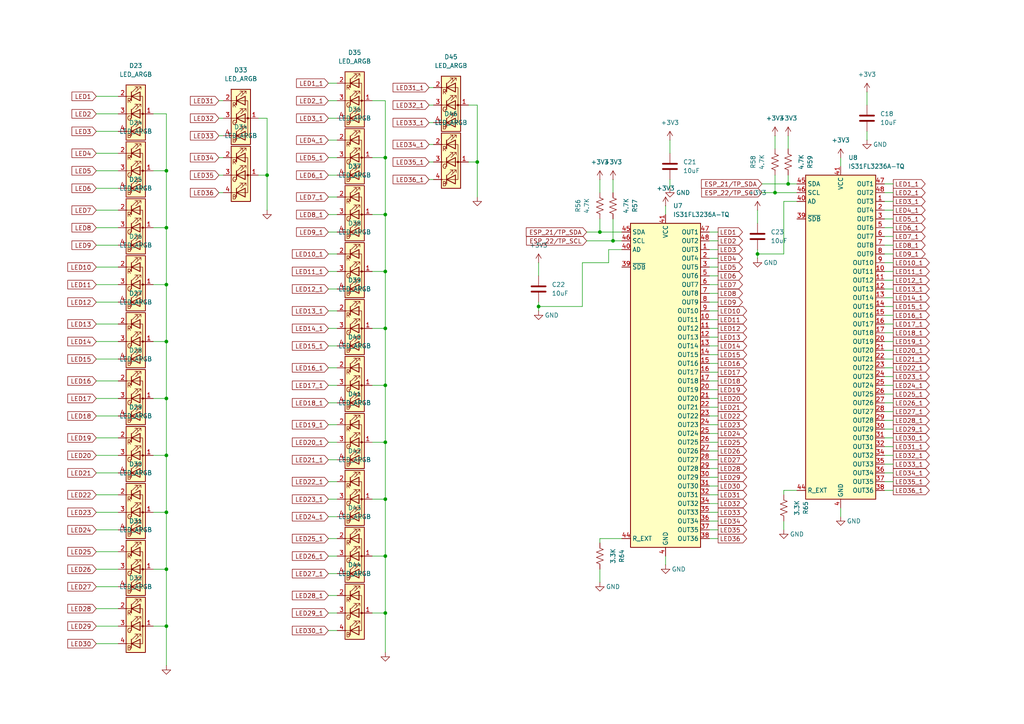
<source format=kicad_sch>
(kicad_sch (version 20231120) (generator "eeschema") (generator_version "8.0")
  (paper "A4")
  (lib_symbols
    (symbol "Device:C" (pin_numbers hide) (pin_names (offset 0.254))
      (property "Reference" "C" (at 0.635 2.54 0))
      (property "Value" "C" (at 0.635 -2.54 0))
      (symbol "C_1_1"
        (pin passive line (at 0 3.81 270) (length 2.794) (name "~") (number "1"))
        (pin passive line (at 0 -3.81 90) (length 2.794) (name "~") (number "2"))
      )
    )
    (symbol "Device:LED_ARGB" (pin_names (offset 0) hide)
      (property "Reference" "D" (at 0 9.398 0))
      (property "Value" "LED_ARGB" (at 0 -8.89 0))
      (symbol "LED_ARGB_0_0"
        (text "B" (at -1.905 -6.35 0) (effects (font (size 1.27 1.27))))
        (text "G" (at -1.905 -1.27 0) (effects (font (size 1.27 1.27))))
        (text "R" (at -1.905 3.81 0) (effects (font (size 1.27 1.27))))
      )
      (symbol "LED_ARGB_1_1"
        (pin passive line (at 5.08 0 180) (length 2.54) (name "A") (number "1"))
        (pin passive line (at -5.08 5.08 0) (length 2.54) (name "RK") (number "2"))
        (pin passive line (at -5.08 0 0) (length 2.54) (name "GK") (number "3"))
        (pin passive line (at -5.08 -5.08 0) (length 2.54) (name "BK") (number "4"))
      )
    )
    (symbol "Device:R_US" (pin_numbers hide) (pin_names (offset 0))
      (property "Reference" "R" (at 2.54 0 90))
      (property "Value" "R_US" (at -2.54 0 90))
      (symbol "R_US_1_1"
        (pin passive line (at 0 3.81 270) (length 1.27) (name "~") (number "1"))
        (pin passive line (at 0 -3.81 90) (length 1.27) (name "~") (number "2"))
      )
    )
    (symbol "Driver_LED:IS31FL3236A-TQ"
      (property "Reference" "U" (at -8.89 46.99 0))
      (property "Value" "IS31FL3236A-TQ" (at 10.16 46.99 0))
      (symbol "IS31FL3236A-TQ_1_1"
        (pin output line (at 12.7 38.1 180) (length 2.54) (name "OUT3") (number "1"))
        (pin output line (at 12.7 17.78 180) (length 2.54) (name "OUT11") (number "10"))
        (pin output line (at 12.7 15.24 180) (length 2.54) (name "OUT12") (number "11"))
        (pin output line (at 12.7 12.7 180) (length 2.54) (name "OUT13") (number "12"))
        (pin output line (at 12.7 10.16 180) (length 2.54) (name "OUT14") (number "13"))
        (pin output line (at 12.7 7.62 180) (length 2.54) (name "OUT15") (number "14"))
        (pin output line (at 12.7 5.08 180) (length 2.54) (name "OUT16") (number "15"))
        (pin output line (at 12.7 2.54 180) (length 2.54) (name "OUT17") (number "16"))
        (pin output line (at 12.7 0 180) (length 2.54) (name "OUT18") (number "17"))
        (pin passive line (at 0 -50.8 90) (length 2.54) hide (name "GND") (number "18"))
        (pin passive line (at 0 -50.8 90) (length 2.54) hide (name "GND") (number "19"))
        (pin output line (at 12.7 35.56 180) (length 2.54) (name "OUT4") (number "2"))
        (pin output line (at 12.7 -2.54 180) (length 2.54) (name "OUT19") (number "20"))
        (pin output line (at 12.7 -5.08 180) (length 2.54) (name "OUT20") (number "21"))
        (pin output line (at 12.7 -7.62 180) (length 2.54) (name "OUT21") (number "22"))
        (pin output line (at 12.7 -10.16 180) (length 2.54) (name "OUT22") (number "23"))
        (pin output line (at 12.7 -12.7 180) (length 2.54) (name "OUT23") (number "24"))
        (pin output line (at 12.7 -15.24 180) (length 2.54) (name "OUT24") (number "25"))
        (pin output line (at 12.7 -17.78 180) (length 2.54) (name "OUT25") (number "26"))
        (pin output line (at 12.7 -20.32 180) (length 2.54) (name "OUT26") (number "27"))
        (pin output line (at 12.7 -22.86 180) (length 2.54) (name "OUT27") (number "28"))
        (pin output line (at 12.7 -25.4 180) (length 2.54) (name "OUT28") (number "29"))
        (pin output line (at 12.7 33.02 180) (length 2.54) (name "OUT5") (number "3"))
        (pin output line (at 12.7 -27.94 180) (length 2.54) (name "OUT29") (number "30"))
        (pin output line (at 12.7 -30.48 180) (length 2.54) (name "OUT30") (number "31"))
        (pin output line (at 12.7 -33.02 180) (length 2.54) (name "OUT31") (number "32"))
        (pin passive line (at 0 -50.8 90) (length 2.54) hide (name "GND") (number "33"))
        (pin output line (at 12.7 -35.56 180) (length 2.54) (name "OUT32") (number "34"))
        (pin output line (at 12.7 -38.1 180) (length 2.54) (name "OUT33") (number "35"))
        (pin output line (at 12.7 -40.64 180) (length 2.54) (name "OUT34") (number "36"))
        (pin output line (at 12.7 -43.18 180) (length 2.54) (name "OUT35") (number "37"))
        (pin output line (at 12.7 -45.72 180) (length 2.54) (name "OUT36") (number "38"))
        (pin input line (at -12.7 33.02 0) (length 2.54) (name "~{SDB}") (number "39"))
        (pin power_in line (at 0 -50.8 90) (length 2.54) (name "GND") (number "4"))
        (pin input line (at -12.7 38.1 0) (length 2.54) (name "AD") (number "40"))
        (pin power_in line (at 0 48.26 270) (length 2.54) (name "VCC") (number "41"))
        (pin passive line (at 0 -50.8 90) (length 2.54) hide (name "GND") (number "42"))
        (pin passive line (at 0 -50.8 90) (length 2.54) hide (name "GND") (number "43"))
        (pin passive line (at -12.7 -45.72 0) (length 2.54) (name "R_EXT") (number "44"))
        (pin open_collector line (at -12.7 43.18 0) (length 2.54) (name "SDA") (number "45"))
        (pin input line (at -12.7 40.64 0) (length 2.54) (name "SCL") (number "46"))
        (pin output line (at 12.7 43.18 180) (length 2.54) (name "OUT1") (number "47"))
        (pin output line (at 12.7 40.64 180) (length 2.54) (name "OUT2") (number "48"))
        (pin passive line (at 0 -50.8 90) (length 2.54) hide (name "GND") (number "49"))
        (pin output line (at 12.7 30.48 180) (length 2.54) (name "OUT6") (number "5"))
        (pin output line (at 12.7 27.94 180) (length 2.54) (name "OUT7") (number "6"))
        (pin output line (at 12.7 25.4 180) (length 2.54) (name "OUT8") (number "7"))
        (pin output line (at 12.7 22.86 180) (length 2.54) (name "OUT9") (number "8"))
        (pin output line (at 12.7 20.32 180) (length 2.54) (name "OUT10") (number "9"))
      )
    )
    (symbol "power:+3V3" (power) (pin_numbers hide) (pin_names (offset 0) hide)
      (property "Value" "+3V3" (at 0 3.556 0))
      (symbol "+3V3_1_1"
        (pin power_in line (at 0 0 90) (length 0) (name "~") (number "1"))
      )
    )
    (symbol "power:GND" (power) (pin_numbers hide) (pin_names (offset 0) hide)
      (property "Value" "GND" (at 0 -3.81 0))
      (symbol "GND_1_1"
        (pin power_in line (at 0 0 270) (length 0) (name "~") (number "1"))
      )
    )
  )
  (junction (at 48.26 66.04))
  (junction (at 48.26 165.1))
  (junction (at 177.8 69.85))
  (junction (at 224.79 55.88))
  (junction (at 111.76 161.29))
  (junction (at 219.71 73.66))
  (junction (at 111.76 128.27))
  (junction (at 111.76 144.78))
  (junction (at 228.6 53.34))
  (junction (at 111.76 111.76))
  (junction (at 48.26 99.06))
  (junction (at 111.76 177.8))
  (junction (at 48.26 49.53))
  (junction (at 48.26 82.55))
  (junction (at 48.26 148.59))
  (junction (at 48.26 181.61))
  (junction (at 138.43 46.99))
  (junction (at 77.47 50.8))
  (junction (at 111.76 62.23))
  (junction (at 111.76 78.74))
  (junction (at 48.26 132.08))
  (junction (at 48.26 115.57))
  (junction (at 156.21 88.9))
  (junction (at 173.99 67.31))
  (junction (at 111.76 45.72))
  (junction (at 111.76 95.25))
  (wire (pts (xy 95.25 57.15) (xy 97.79 57.15)))
  (wire (pts (xy 138.43 46.99) (xy 138.43 57.15)))
  (wire (pts (xy 256.54 104.14) (xy 259.08 104.14)))
  (wire (pts (xy 44.45 66.04) (xy 48.26 66.04)))
  (wire (pts (xy 95.25 40.64) (xy 97.79 40.64)))
  (wire (pts (xy 256.54 124.46) (xy 259.08 124.46)))
  (wire (pts (xy 168.91 88.9) (xy 156.21 88.9)))
  (wire (pts (xy 111.76 144.78) (xy 111.76 128.27)))
  (wire (pts (xy 173.99 156.21) (xy 173.99 157.48)))
  (wire (pts (xy 205.74 72.39) (xy 208.28 72.39)))
  (wire (pts (xy 27.94 71.12) (xy 34.29 71.12)))
  (wire (pts (xy 256.54 99.06) (xy 259.08 99.06)))
  (wire (pts (xy 107.95 78.74) (xy 111.76 78.74)))
  (wire (pts (xy 193.04 161.29) (xy 193.04 163.83)))
  (wire (pts (xy 124.46 46.99) (xy 125.73 46.99)))
  (wire (pts (xy 205.74 148.59) (xy 208.28 148.59)))
  (wire (pts (xy 205.74 102.87) (xy 208.28 102.87)))
  (wire (pts (xy 256.54 121.92) (xy 259.08 121.92)))
  (wire (pts (xy 95.25 172.72) (xy 97.79 172.72)))
  (wire (pts (xy 170.18 67.31) (xy 173.99 67.31)))
  (wire (pts (xy 74.93 50.8) (xy 77.47 50.8)))
  (wire (pts (xy 205.74 143.51) (xy 208.28 143.51)))
  (wire (pts (xy 220.98 55.88) (xy 224.79 55.88)))
  (wire (pts (xy 27.94 54.61) (xy 34.29 54.61)))
  (wire (pts (xy 27.94 127) (xy 34.29 127)))
  (wire (pts (xy 107.95 161.29) (xy 111.76 161.29)))
  (wire (pts (xy 219.71 60.96) (xy 219.71 64.77)))
  (wire (pts (xy 256.54 73.66) (xy 259.08 73.66)))
  (wire (pts (xy 177.8 52.07) (xy 177.8 55.88)))
  (wire (pts (xy 44.45 148.59) (xy 48.26 148.59)))
  (wire (pts (xy 205.74 156.21) (xy 208.28 156.21)))
  (wire (pts (xy 135.89 46.99) (xy 138.43 46.99)))
  (wire (pts (xy 205.74 97.79) (xy 208.28 97.79)))
  (wire (pts (xy 27.94 181.61) (xy 34.29 181.61)))
  (wire (pts (xy 95.25 45.72) (xy 97.79 45.72)))
  (wire (pts (xy 27.94 132.08) (xy 34.29 132.08)))
  (wire (pts (xy 168.91 76.2) (xy 168.91 88.9)))
  (wire (pts (xy 256.54 119.38) (xy 259.08 119.38)))
  (wire (pts (xy 27.94 110.49) (xy 34.29 110.49)))
  (wire (pts (xy 27.94 176.53) (xy 34.29 176.53)))
  (wire (pts (xy 111.76 189.23) (xy 111.76 177.8)))
  (wire (pts (xy 205.74 85.09) (xy 208.28 85.09)))
  (wire (pts (xy 256.54 78.74) (xy 259.08 78.74)))
  (wire (pts (xy 256.54 58.42) (xy 259.08 58.42)))
  (wire (pts (xy 107.95 95.25) (xy 111.76 95.25)))
  (wire (pts (xy 27.94 60.96) (xy 34.29 60.96)))
  (wire (pts (xy 95.25 106.68) (xy 97.79 106.68)))
  (wire (pts (xy 111.76 29.21) (xy 107.95 29.21)))
  (wire (pts (xy 173.99 165.1) (xy 173.99 168.91)))
  (wire (pts (xy 205.74 140.97) (xy 208.28 140.97)))
  (wire (pts (xy 219.71 72.39) (xy 219.71 73.66)))
  (wire (pts (xy 227.33 73.66) (xy 219.71 73.66)))
  (wire (pts (xy 256.54 71.12) (xy 259.08 71.12)))
  (wire (pts (xy 205.74 87.63) (xy 208.28 87.63)))
  (wire (pts (xy 205.74 74.93) (xy 208.28 74.93)))
  (wire (pts (xy 95.25 111.76) (xy 97.79 111.76)))
  (wire (pts (xy 95.25 73.66) (xy 97.79 73.66)))
  (wire (pts (xy 205.74 107.95) (xy 208.28 107.95)))
  (wire (pts (xy 95.25 29.21) (xy 97.79 29.21)))
  (wire (pts (xy 251.46 38.1) (xy 251.46 40.64)))
  (wire (pts (xy 77.47 50.8) (xy 77.47 60.96)))
  (wire (pts (xy 27.94 77.47) (xy 34.29 77.47)))
  (wire (pts (xy 63.5 29.21) (xy 64.77 29.21)))
  (wire (pts (xy 256.54 116.84) (xy 259.08 116.84)))
  (wire (pts (xy 44.45 165.1) (xy 48.26 165.1)))
  (wire (pts (xy 48.26 99.06) (xy 48.26 82.55)))
  (wire (pts (xy 95.25 123.19) (xy 97.79 123.19)))
  (wire (pts (xy 205.74 151.13) (xy 208.28 151.13)))
  (wire (pts (xy 27.94 120.65) (xy 34.29 120.65)))
  (wire (pts (xy 256.54 93.98) (xy 259.08 93.98)))
  (wire (pts (xy 193.04 59.69) (xy 193.04 62.23)))
  (wire (pts (xy 107.95 62.23) (xy 111.76 62.23)))
  (wire (pts (xy 95.25 139.7) (xy 97.79 139.7)))
  (wire (pts (xy 27.94 115.57) (xy 34.29 115.57)))
  (wire (pts (xy 251.46 26.67) (xy 251.46 30.48)))
  (wire (pts (xy 205.74 113.03) (xy 208.28 113.03)))
  (wire (pts (xy 256.54 83.82) (xy 259.08 83.82)))
  (wire (pts (xy 27.94 143.51) (xy 34.29 143.51)))
  (wire (pts (xy 256.54 109.22) (xy 259.08 109.22)))
  (wire (pts (xy 256.54 88.9) (xy 259.08 88.9)))
  (wire (pts (xy 111.76 78.74) (xy 111.76 62.23)))
  (wire (pts (xy 256.54 106.68) (xy 259.08 106.68)))
  (wire (pts (xy 48.26 49.53) (xy 48.26 33.02)))
  (wire (pts (xy 205.74 135.89) (xy 208.28 135.89)))
  (wire (pts (xy 177.8 69.85) (xy 180.34 69.85)))
  (wire (pts (xy 111.76 177.8) (xy 107.95 177.8)))
  (wire (pts (xy 95.25 182.88) (xy 97.79 182.88)))
  (wire (pts (xy 256.54 55.88) (xy 259.08 55.88)))
  (wire (pts (xy 256.54 101.6) (xy 259.08 101.6)))
  (wire (pts (xy 227.33 151.13) (xy 227.33 153.67)))
  (wire (pts (xy 124.46 41.91) (xy 125.73 41.91)))
  (wire (pts (xy 27.94 104.14) (xy 34.29 104.14)))
  (wire (pts (xy 44.45 132.08) (xy 48.26 132.08)))
  (wire (pts (xy 111.76 111.76) (xy 111.76 95.25)))
  (wire (pts (xy 48.26 165.1) (xy 48.26 148.59)))
  (wire (pts (xy 205.74 118.11) (xy 208.28 118.11)))
  (wire (pts (xy 124.46 30.48) (xy 125.73 30.48)))
  (wire (pts (xy 205.74 95.25) (xy 208.28 95.25)))
  (wire (pts (xy 27.94 33.02) (xy 34.29 33.02)))
  (wire (pts (xy 205.74 105.41) (xy 208.28 105.41)))
  (wire (pts (xy 48.26 193.04) (xy 48.26 181.61)))
  (wire (pts (xy 27.94 137.16) (xy 34.29 137.16)))
  (wire (pts (xy 124.46 35.56) (xy 125.73 35.56)))
  (wire (pts (xy 170.18 69.85) (xy 177.8 69.85)))
  (wire (pts (xy 205.74 90.17) (xy 208.28 90.17)))
  (wire (pts (xy 256.54 86.36) (xy 259.08 86.36)))
  (wire (pts (xy 27.94 38.1) (xy 34.29 38.1)))
  (wire (pts (xy 205.74 80.01) (xy 208.28 80.01)))
  (wire (pts (xy 95.25 166.37) (xy 97.79 166.37)))
  (wire (pts (xy 205.74 120.65) (xy 208.28 120.65)))
  (wire (pts (xy 95.25 161.29) (xy 97.79 161.29)))
  (wire (pts (xy 205.74 82.55) (xy 208.28 82.55)))
  (wire (pts (xy 135.89 30.48) (xy 138.43 30.48)))
  (wire (pts (xy 173.99 63.5) (xy 173.99 67.31)))
  (wire (pts (xy 95.25 24.13) (xy 97.79 24.13)))
  (wire (pts (xy 95.25 83.82) (xy 97.79 83.82)))
  (wire (pts (xy 256.54 81.28) (xy 259.08 81.28)))
  (wire (pts (xy 256.54 63.5) (xy 259.08 63.5)))
  (wire (pts (xy 77.47 34.29) (xy 77.47 50.8)))
  (wire (pts (xy 63.5 39.37) (xy 64.77 39.37)))
  (wire (pts (xy 256.54 111.76) (xy 259.08 111.76)))
  (wire (pts (xy 111.76 161.29) (xy 111.76 144.78)))
  (wire (pts (xy 48.26 82.55) (xy 48.26 66.04)))
  (wire (pts (xy 63.5 55.88) (xy 64.77 55.88)))
  (wire (pts (xy 95.25 177.8) (xy 97.79 177.8)))
  (wire (pts (xy 27.94 165.1) (xy 34.29 165.1)))
  (wire (pts (xy 205.74 110.49) (xy 208.28 110.49)))
  (wire (pts (xy 48.26 115.57) (xy 48.26 99.06)))
  (wire (pts (xy 205.74 123.19) (xy 208.28 123.19)))
  (wire (pts (xy 48.26 33.02) (xy 44.45 33.02)))
  (wire (pts (xy 228.6 50.8) (xy 228.6 53.34)))
  (wire (pts (xy 111.76 62.23) (xy 111.76 45.72)))
  (wire (pts (xy 205.74 69.85) (xy 208.28 69.85)))
  (wire (pts (xy 107.95 128.27) (xy 111.76 128.27)))
  (wire (pts (xy 205.74 138.43) (xy 208.28 138.43)))
  (wire (pts (xy 256.54 129.54) (xy 259.08 129.54)))
  (wire (pts (xy 177.8 63.5) (xy 177.8 69.85)))
  (wire (pts (xy 205.74 153.67) (xy 208.28 153.67)))
  (wire (pts (xy 205.74 92.71) (xy 208.28 92.71)))
  (wire (pts (xy 219.71 73.66) (xy 219.71 74.93)))
  (wire (pts (xy 44.45 82.55) (xy 48.26 82.55)))
  (wire (pts (xy 256.54 139.7) (xy 259.08 139.7)))
  (wire (pts (xy 95.25 116.84) (xy 97.79 116.84)))
  (wire (pts (xy 227.33 58.42) (xy 227.33 73.66)))
  (wire (pts (xy 95.25 62.23) (xy 97.79 62.23)))
  (wire (pts (xy 205.74 115.57) (xy 208.28 115.57)))
  (wire (pts (xy 95.25 95.25) (xy 97.79 95.25)))
  (wire (pts (xy 224.79 55.88) (xy 231.14 55.88)))
  (wire (pts (xy 256.54 96.52) (xy 259.08 96.52)))
  (wire (pts (xy 95.25 149.86) (xy 97.79 149.86)))
  (wire (pts (xy 111.76 128.27) (xy 111.76 111.76)))
  (wire (pts (xy 138.43 30.48) (xy 138.43 46.99)))
  (wire (pts (xy 27.94 93.98) (xy 34.29 93.98)))
  (wire (pts (xy 95.25 133.35) (xy 97.79 133.35)))
  (wire (pts (xy 27.94 170.18) (xy 34.29 170.18)))
  (wire (pts (xy 194.31 52.07) (xy 194.31 54.61)))
  (wire (pts (xy 27.94 82.55) (xy 34.29 82.55)))
  (wire (pts (xy 228.6 53.34) (xy 231.14 53.34)))
  (wire (pts (xy 95.25 50.8) (xy 97.79 50.8)))
  (wire (pts (xy 194.31 40.64) (xy 194.31 44.45)))
  (wire (pts (xy 173.99 52.07) (xy 173.99 55.88)))
  (wire (pts (xy 256.54 68.58) (xy 259.08 68.58)))
  (wire (pts (xy 256.54 142.24) (xy 259.08 142.24)))
  (wire (pts (xy 44.45 115.57) (xy 48.26 115.57)))
  (wire (pts (xy 256.54 53.34) (xy 259.08 53.34)))
  (wire (pts (xy 220.98 53.34) (xy 228.6 53.34)))
  (wire (pts (xy 48.26 181.61) (xy 44.45 181.61)))
  (wire (pts (xy 27.94 99.06) (xy 34.29 99.06)))
  (wire (pts (xy 27.94 49.53) (xy 34.29 49.53)))
  (wire (pts (xy 205.74 100.33) (xy 208.28 100.33)))
  (wire (pts (xy 256.54 114.3) (xy 259.08 114.3)))
  (wire (pts (xy 205.74 146.05) (xy 208.28 146.05)))
  (wire (pts (xy 205.74 128.27) (xy 208.28 128.27)))
  (wire (pts (xy 95.25 34.29) (xy 97.79 34.29)))
  (wire (pts (xy 95.25 90.17) (xy 97.79 90.17)))
  (wire (pts (xy 27.94 66.04) (xy 34.29 66.04)))
  (wire (pts (xy 180.34 72.39) (xy 176.53 72.39)))
  (wire (pts (xy 48.26 66.04) (xy 48.26 49.53)))
  (wire (pts (xy 176.53 76.2) (xy 168.91 76.2)))
  (wire (pts (xy 205.74 77.47) (xy 208.28 77.47)))
  (wire (pts (xy 124.46 25.4) (xy 125.73 25.4)))
  (wire (pts (xy 27.94 44.45) (xy 34.29 44.45)))
  (wire (pts (xy 124.46 52.07) (xy 125.73 52.07)))
  (wire (pts (xy 180.34 156.21) (xy 173.99 156.21)))
  (wire (pts (xy 107.95 144.78) (xy 111.76 144.78)))
  (wire (pts (xy 256.54 132.08) (xy 259.08 132.08)))
  (wire (pts (xy 256.54 91.44) (xy 259.08 91.44)))
  (wire (pts (xy 243.84 147.32) (xy 243.84 149.86)))
  (wire (pts (xy 63.5 45.72) (xy 64.77 45.72)))
  (wire (pts (xy 63.5 34.29) (xy 64.77 34.29)))
  (wire (pts (xy 224.79 39.37) (xy 224.79 43.18)))
  (wire (pts (xy 111.76 95.25) (xy 111.76 78.74)))
  (wire (pts (xy 256.54 66.04) (xy 259.08 66.04)))
  (wire (pts (xy 173.99 67.31) (xy 180.34 67.31)))
  (wire (pts (xy 243.84 45.72) (xy 243.84 48.26)))
  (wire (pts (xy 111.76 177.8) (xy 111.76 161.29)))
  (wire (pts (xy 111.76 29.21) (xy 111.76 45.72)))
  (wire (pts (xy 224.79 50.8) (xy 224.79 55.88)))
  (wire (pts (xy 256.54 127) (xy 259.08 127)))
  (wire (pts (xy 156.21 87.63) (xy 156.21 88.9)))
  (wire (pts (xy 27.94 148.59) (xy 34.29 148.59)))
  (wire (pts (xy 231.14 142.24) (xy 227.33 142.24)))
  (wire (pts (xy 227.33 142.24) (xy 227.33 143.51)))
  (wire (pts (xy 256.54 134.62) (xy 259.08 134.62)))
  (wire (pts (xy 205.74 133.35) (xy 208.28 133.35)))
  (wire (pts (xy 107.95 111.76) (xy 111.76 111.76)))
  (wire (pts (xy 95.25 144.78) (xy 97.79 144.78)))
  (wire (pts (xy 231.14 58.42) (xy 227.33 58.42)))
  (wire (pts (xy 95.25 100.33) (xy 97.79 100.33)))
  (wire (pts (xy 176.53 72.39) (xy 176.53 76.2)))
  (wire (pts (xy 107.95 45.72) (xy 111.76 45.72)))
  (wire (pts (xy 44.45 49.53) (xy 48.26 49.53)))
  (wire (pts (xy 156.21 88.9) (xy 156.21 90.17)))
  (wire (pts (xy 95.25 67.31) (xy 97.79 67.31)))
  (wire (pts (xy 95.25 128.27) (xy 97.79 128.27)))
  (wire (pts (xy 63.5 50.8) (xy 64.77 50.8)))
  (wire (pts (xy 44.45 99.06) (xy 48.26 99.06)))
  (wire (pts (xy 256.54 60.96) (xy 259.08 60.96)))
  (wire (pts (xy 48.26 132.08) (xy 48.26 115.57)))
  (wire (pts (xy 48.26 181.61) (xy 48.26 165.1)))
  (wire (pts (xy 256.54 76.2) (xy 259.08 76.2)))
  (wire (pts (xy 27.94 27.94) (xy 34.29 27.94)))
  (wire (pts (xy 27.94 87.63) (xy 34.29 87.63)))
  (wire (pts (xy 205.74 125.73) (xy 208.28 125.73)))
  (wire (pts (xy 27.94 186.69) (xy 34.29 186.69)))
  (wire (pts (xy 95.25 156.21) (xy 97.79 156.21)))
  (wire (pts (xy 228.6 39.37) (xy 228.6 43.18)))
  (wire (pts (xy 74.93 34.29) (xy 77.47 34.29)))
  (wire (pts (xy 27.94 160.02) (xy 34.29 160.02)))
  (wire (pts (xy 205.74 130.81) (xy 208.28 130.81)))
  (wire (pts (xy 156.21 76.2) (xy 156.21 80.01)))
  (wire (pts (xy 27.94 153.67) (xy 34.29 153.67)))
  (wire (pts (xy 256.54 137.16) (xy 259.08 137.16)))
  (wire (pts (xy 48.26 148.59) (xy 48.26 132.08)))
  (wire (pts (xy 95.25 78.74) (xy 97.79 78.74)))
  (wire (pts (xy 205.74 67.31) (xy 208.28 67.31)))
  (global_label "LED15" (shape input) (at 27.94 104.14 180) (property "Intersheetrefs" "${INTERSHEET_REFS}" (effects (hide yes))))
  (global_label "LED24_1" (shape input) (at 95.25 149.86 180) (property "Intersheetrefs" "${INTERSHEET_REFS}" (effects (hide yes))))
  (global_label "LED3" (shape input) (at 27.94 38.1 180) (property "Intersheetrefs" "${INTERSHEET_REFS}" (effects (hide yes))))
  (global_label "LED13" (shape output) (at 208.28 97.79 0) (property "Intersheetrefs" "${INTERSHEET_REFS}" (effects (hide yes))))
  (global_label "LED35_1" (shape input) (at 124.46 46.99 180) (property "Intersheetrefs" "${INTERSHEET_REFS}" (effects (hide yes))))
  (global_label "LED14_1" (shape output) (at 259.08 86.36 0) (property "Intersheetrefs" "${INTERSHEET_REFS}" (effects (hide yes))))
  (global_label "LED28_1" (shape input) (at 95.25 172.72 180) (property "Intersheetrefs" "${INTERSHEET_REFS}" (effects (hide yes))))
  (global_label "LED22_1" (shape output) (at 259.08 106.68 0) (property "Intersheetrefs" "${INTERSHEET_REFS}" (effects (hide yes))))
  (global_label "LED8_1" (shape input) (at 95.25 62.23 180) (property "Intersheetrefs" "${INTERSHEET_REFS}" (effects (hide yes))))
  (global_label "LED15" (shape output) (at 208.28 102.87 0) (property "Intersheetrefs" "${INTERSHEET_REFS}" (effects (hide yes))))
  (global_label "LED32" (shape output) (at 208.28 146.05 0) (property "Intersheetrefs" "${INTERSHEET_REFS}" (effects (hide yes))))
  (global_label "LED19_1" (shape output) (at 259.08 99.06 0) (property "Intersheetrefs" "${INTERSHEET_REFS}" (effects (hide yes))))
  (global_label "LED4_1" (shape input) (at 95.25 40.64 180) (property "Intersheetrefs" "${INTERSHEET_REFS}" (effects (hide yes))))
  (global_label "LED14" (shape output) (at 208.28 100.33 0) (property "Intersheetrefs" "${INTERSHEET_REFS}" (effects (hide yes))))
  (global_label "LED20_1" (shape output) (at 259.08 101.6 0) (property "Intersheetrefs" "${INTERSHEET_REFS}" (effects (hide yes))))
  (global_label "LED27_1" (shape input) (at 95.25 166.37 180) (property "Intersheetrefs" "${INTERSHEET_REFS}" (effects (hide yes))))
  (global_label "LED30_1" (shape input) (at 95.25 182.88 180) (property "Intersheetrefs" "${INTERSHEET_REFS}" (effects (hide yes))))
  (global_label "LED2" (shape input) (at 27.94 33.02 180) (property "Intersheetrefs" "${INTERSHEET_REFS}" (effects (hide yes))))
  (global_label "LED10_1" (shape input) (at 95.25 73.66 180) (property "Intersheetrefs" "${INTERSHEET_REFS}" (effects (hide yes))))
  (global_label "LED27_1" (shape output) (at 259.08 119.38 0) (property "Intersheetrefs" "${INTERSHEET_REFS}" (effects (hide yes))))
  (global_label "LED22_1" (shape input) (at 95.25 139.7 180) (property "Intersheetrefs" "${INTERSHEET_REFS}" (effects (hide yes))))
  (global_label "LED17" (shape output) (at 208.28 107.95 0) (property "Intersheetrefs" "${INTERSHEET_REFS}" (effects (hide yes))))
  (global_label "LED4" (shape input) (at 27.94 44.45 180) (property "Intersheetrefs" "${INTERSHEET_REFS}" (effects (hide yes))))
  (global_label "LED20" (shape input) (at 27.94 132.08 180) (property "Intersheetrefs" "${INTERSHEET_REFS}" (effects (hide yes))))
  (global_label "LED13_1" (shape output) (at 259.08 83.82 0) (property "Intersheetrefs" "${INTERSHEET_REFS}" (effects (hide yes))))
  (global_label "LED24_1" (shape output) (at 259.08 111.76 0) (property "Intersheetrefs" "${INTERSHEET_REFS}" (effects (hide yes))))
  (global_label "LED36" (shape input) (at 63.5 55.88 180) (property "Intersheetrefs" "${INTERSHEET_REFS}" (effects (hide yes))))
  (global_label "LED19" (shape input) (at 27.94 127 180) (property "Intersheetrefs" "${INTERSHEET_REFS}" (effects (hide yes))))
  (global_label "ESP_21{slash}TP_SDA" (shape input) (at 220.98 53.34 180) (property "Intersheetrefs" "${INTERSHEET_REFS}" (effects (hide yes))))
  (global_label "LED21" (shape input) (at 27.94 137.16 180) (property "Intersheetrefs" "${INTERSHEET_REFS}" (effects (hide yes))))
  (global_label "LED25" (shape input) (at 27.94 160.02 180) (property "Intersheetrefs" "${INTERSHEET_REFS}" (effects (hide yes))))
  (global_label "LED35" (shape input) (at 63.5 50.8 180) (property "Intersheetrefs" "${INTERSHEET_REFS}" (effects (hide yes))))
  (global_label "LED29" (shape output) (at 208.28 138.43 0) (property "Intersheetrefs" "${INTERSHEET_REFS}" (effects (hide yes))))
  (global_label "LED31" (shape input) (at 63.5 29.21 180) (property "Intersheetrefs" "${INTERSHEET_REFS}" (effects (hide yes))))
  (global_label "LED20" (shape output) (at 208.28 115.57 0) (property "Intersheetrefs" "${INTERSHEET_REFS}" (effects (hide yes))))
  (global_label "LED8" (shape input) (at 27.94 66.04 180) (property "Intersheetrefs" "${INTERSHEET_REFS}" (effects (hide yes))))
  (global_label "LED15_1" (shape output) (at 259.08 88.9 0) (property "Intersheetrefs" "${INTERSHEET_REFS}" (effects (hide yes))))
  (global_label "LED5_1" (shape input) (at 95.25 45.72 180) (property "Intersheetrefs" "${INTERSHEET_REFS}" (effects (hide yes))))
  (global_label "LED36_1" (shape output) (at 259.08 142.24 0) (property "Intersheetrefs" "${INTERSHEET_REFS}" (effects (hide yes))))
  (global_label "LED26_1" (shape input) (at 95.25 161.29 180) (property "Intersheetrefs" "${INTERSHEET_REFS}" (effects (hide yes))))
  (global_label "LED31_1" (shape input) (at 124.46 25.4 180) (property "Intersheetrefs" "${INTERSHEET_REFS}" (effects (hide yes))))
  (global_label "LED29_1" (shape output) (at 259.08 124.46 0) (property "Intersheetrefs" "${INTERSHEET_REFS}" (effects (hide yes))))
  (global_label "LED21_1" (shape output) (at 259.08 104.14 0) (property "Intersheetrefs" "${INTERSHEET_REFS}" (effects (hide yes))))
  (global_label "LED11" (shape output) (at 208.28 92.71 0) (property "Intersheetrefs" "${INTERSHEET_REFS}" (effects (hide yes))))
  (global_label "LED8_1" (shape output) (at 259.08 71.12 0) (property "Intersheetrefs" "${INTERSHEET_REFS}" (effects (hide yes))))
  (global_label "LED11_1" (shape input) (at 95.25 78.74 180) (property "Intersheetrefs" "${INTERSHEET_REFS}" (effects (hide yes))))
  (global_label "LED26_1" (shape output) (at 259.08 116.84 0) (property "Intersheetrefs" "${INTERSHEET_REFS}" (effects (hide yes))))
  (global_label "LED6_1" (shape output) (at 259.08 66.04 0) (property "Intersheetrefs" "${INTERSHEET_REFS}" (effects (hide yes))))
  (global_label "LED16" (shape input) (at 27.94 110.49 180) (property "Intersheetrefs" "${INTERSHEET_REFS}" (effects (hide yes))))
  (global_label "LED14" (shape input) (at 27.94 99.06 180) (property "Intersheetrefs" "${INTERSHEET_REFS}" (effects (hide yes))))
  (global_label "LED22" (shape output) (at 208.28 120.65 0) (property "Intersheetrefs" "${INTERSHEET_REFS}" (effects (hide yes))))
  (global_label "LED29" (shape input) (at 27.94 181.61 180) (property "Intersheetrefs" "${INTERSHEET_REFS}" (effects (hide yes))))
  (global_label "LED15_1" (shape input) (at 95.25 100.33 180) (property "Intersheetrefs" "${INTERSHEET_REFS}" (effects (hide yes))))
  (global_label "LED16_1" (shape input) (at 95.25 106.68 180) (property "Intersheetrefs" "${INTERSHEET_REFS}" (effects (hide yes))))
  (global_label "LED17" (shape input) (at 27.94 115.57 180) (property "Intersheetrefs" "${INTERSHEET_REFS}" (effects (hide yes))))
  (global_label "LED23_1" (shape input) (at 95.25 144.78 180) (property "Intersheetrefs" "${INTERSHEET_REFS}" (effects (hide yes))))
  (global_label "LED26" (shape input) (at 27.94 165.1 180) (property "Intersheetrefs" "${INTERSHEET_REFS}" (effects (hide yes))))
  (global_label "LED5" (shape output) (at 208.28 77.47 0) (property "Intersheetrefs" "${INTERSHEET_REFS}" (effects (hide yes))))
  (global_label "LED34_1" (shape output) (at 259.08 137.16 0) (property "Intersheetrefs" "${INTERSHEET_REFS}" (effects (hide yes))))
  (global_label "LED1_1" (shape input) (at 95.25 24.13 180) (property "Intersheetrefs" "${INTERSHEET_REFS}" (effects (hide yes))))
  (global_label "LED16_1" (shape output) (at 259.08 91.44 0) (property "Intersheetrefs" "${INTERSHEET_REFS}" (effects (hide yes))))
  (global_label "LED34" (shape input) (at 63.5 45.72 180) (property "Intersheetrefs" "${INTERSHEET_REFS}" (effects (hide yes))))
  (global_label "LED10" (shape input) (at 27.94 77.47 180) (property "Intersheetrefs" "${INTERSHEET_REFS}" (effects (hide yes))))
  (global_label "LED9_1" (shape input) (at 95.25 67.31 180) (property "Intersheetrefs" "${INTERSHEET_REFS}" (effects (hide yes))))
  (global_label "LED31_1" (shape output) (at 259.08 129.54 0) (property "Intersheetrefs" "${INTERSHEET_REFS}" (effects (hide yes))))
  (global_label "LED36_1" (shape input) (at 124.46 52.07 180) (property "Intersheetrefs" "${INTERSHEET_REFS}" (effects (hide yes))))
  (global_label "LED36" (shape output) (at 208.28 156.21 0) (property "Intersheetrefs" "${INTERSHEET_REFS}" (effects (hide yes))))
  (global_label "LED18" (shape output) (at 208.28 110.49 0) (property "Intersheetrefs" "${INTERSHEET_REFS}" (effects (hide yes))))
  (global_label "LED10_1" (shape output) (at 259.08 76.2 0) (property "Intersheetrefs" "${INTERSHEET_REFS}" (effects (hide yes))))
  (global_label "LED19" (shape output) (at 208.28 113.03 0) (property "Intersheetrefs" "${INTERSHEET_REFS}" (effects (hide yes))))
  (global_label "LED21" (shape output) (at 208.28 118.11 0) (property "Intersheetrefs" "${INTERSHEET_REFS}" (effects (hide yes))))
  (global_label "LED10" (shape output) (at 208.28 90.17 0) (property "Intersheetrefs" "${INTERSHEET_REFS}" (effects (hide yes))))
  (global_label "LED32" (shape input) (at 63.5 34.29 180) (property "Intersheetrefs" "${INTERSHEET_REFS}" (effects (hide yes))))
  (global_label "LED2_1" (shape input) (at 95.25 29.21 180) (property "Intersheetrefs" "${INTERSHEET_REFS}" (effects (hide yes))))
  (global_label "LED13" (shape input) (at 27.94 93.98 180) (property "Intersheetrefs" "${INTERSHEET_REFS}" (effects (hide yes))))
  (global_label "LED12_1" (shape output) (at 259.08 81.28 0) (property "Intersheetrefs" "${INTERSHEET_REFS}" (effects (hide yes))))
  (global_label "LED34_1" (shape input) (at 124.46 41.91 180) (property "Intersheetrefs" "${INTERSHEET_REFS}" (effects (hide yes))))
  (global_label "LED25_1" (shape input) (at 95.25 156.21 180) (property "Intersheetrefs" "${INTERSHEET_REFS}" (effects (hide yes))))
  (global_label "LED23_1" (shape output) (at 259.08 109.22 0) (property "Intersheetrefs" "${INTERSHEET_REFS}" (effects (hide yes))))
  (global_label "LED23" (shape output) (at 208.28 123.19 0) (property "Intersheetrefs" "${INTERSHEET_REFS}" (effects (hide yes))))
  (global_label "LED33" (shape input) (at 63.5 39.37 180) (property "Intersheetrefs" "${INTERSHEET_REFS}" (effects (hide yes))))
  (global_label "LED8" (shape output) (at 208.28 85.09 0) (property "Intersheetrefs" "${INTERSHEET_REFS}" (effects (hide yes))))
  (global_label "LED7" (shape input) (at 27.94 60.96 180) (property "Intersheetrefs" "${INTERSHEET_REFS}" (effects (hide yes))))
  (global_label "LED1" (shape output) (at 208.28 67.31 0) (property "Intersheetrefs" "${INTERSHEET_REFS}" (effects (hide yes))))
  (global_label "LED1_1" (shape output) (at 259.08 53.34 0) (property "Intersheetrefs" "${INTERSHEET_REFS}" (effects (hide yes))))
  (global_label "LED27" (shape input) (at 27.94 170.18 180) (property "Intersheetrefs" "${INTERSHEET_REFS}" (effects (hide yes))))
  (global_label "LED18_1" (shape output) (at 259.08 96.52 0) (property "Intersheetrefs" "${INTERSHEET_REFS}" (effects (hide yes))))
  (global_label "LED1" (shape input) (at 27.94 27.94 180) (property "Intersheetrefs" "${INTERSHEET_REFS}" (effects (hide yes))))
  (global_label "LED4" (shape output) (at 208.28 74.93 0) (property "Intersheetrefs" "${INTERSHEET_REFS}" (effects (hide yes))))
  (global_label "ESP_21{slash}TP_SDA" (shape input) (at 170.18 67.31 180) (property "Intersheetrefs" "${INTERSHEET_REFS}" (effects (hide yes))))
  (global_label "LED25_1" (shape output) (at 259.08 114.3 0) (property "Intersheetrefs" "${INTERSHEET_REFS}" (effects (hide yes))))
  (global_label "LED13_1" (shape input) (at 95.25 90.17 180) (property "Intersheetrefs" "${INTERSHEET_REFS}" (effects (hide yes))))
  (global_label "LED35_1" (shape output) (at 259.08 139.7 0) (property "Intersheetrefs" "${INTERSHEET_REFS}" (effects (hide yes))))
  (global_label "LED24" (shape input) (at 27.94 153.67 180) (property "Intersheetrefs" "${INTERSHEET_REFS}" (effects (hide yes))))
  (global_label "ESP_22{slash}TP_SCL" (shape input) (at 170.18 69.85 180) (property "Intersheetrefs" "${INTERSHEET_REFS}" (effects (hide yes))))
  (global_label "LED32_1" (shape output) (at 259.08 132.08 0) (property "Intersheetrefs" "${INTERSHEET_REFS}" (effects (hide yes))))
  (global_label "LED14_1" (shape input) (at 95.25 95.25 180) (property "Intersheetrefs" "${INTERSHEET_REFS}" (effects (hide yes))))
  (global_label "LED28_1" (shape output) (at 259.08 121.92 0) (property "Intersheetrefs" "${INTERSHEET_REFS}" (effects (hide yes))))
  (global_label "LED9" (shape output) (at 208.28 87.63 0) (property "Intersheetrefs" "${INTERSHEET_REFS}" (effects (hide yes))))
  (global_label "ESP_22{slash}TP_SCL" (shape input) (at 220.98 55.88 180) (property "Intersheetrefs" "${INTERSHEET_REFS}" (effects (hide yes))))
  (global_label "LED35" (shape output) (at 208.28 153.67 0) (property "Intersheetrefs" "${INTERSHEET_REFS}" (effects (hide yes))))
  (global_label "LED3" (shape output) (at 208.28 72.39 0) (property "Intersheetrefs" "${INTERSHEET_REFS}" (effects (hide yes))))
  (global_label "LED5" (shape input) (at 27.94 49.53 180) (property "Intersheetrefs" "${INTERSHEET_REFS}" (effects (hide yes))))
  (global_label "LED31" (shape output) (at 208.28 143.51 0) (property "Intersheetrefs" "${INTERSHEET_REFS}" (effects (hide yes))))
  (global_label "LED16" (shape output) (at 208.28 105.41 0) (property "Intersheetrefs" "${INTERSHEET_REFS}" (effects (hide yes))))
  (global_label "LED17_1" (shape input) (at 95.25 111.76 180) (property "Intersheetrefs" "${INTERSHEET_REFS}" (effects (hide yes))))
  (global_label "LED9_1" (shape output) (at 259.08 73.66 0) (property "Intersheetrefs" "${INTERSHEET_REFS}" (effects (hide yes))))
  (global_label "LED30_1" (shape output) (at 259.08 127 0) (property "Intersheetrefs" "${INTERSHEET_REFS}" (effects (hide yes))))
  (global_label "LED32_1" (shape input) (at 124.46 30.48 180) (property "Intersheetrefs" "${INTERSHEET_REFS}" (effects (hide yes))))
  (global_label "LED34" (shape output) (at 208.28 151.13 0) (property "Intersheetrefs" "${INTERSHEET_REFS}" (effects (hide yes))))
  (global_label "LED29_1" (shape input) (at 95.25 177.8 180) (property "Intersheetrefs" "${INTERSHEET_REFS}" (effects (hide yes))))
  (global_label "LED30" (shape output) (at 208.28 140.97 0) (property "Intersheetrefs" "${INTERSHEET_REFS}" (effects (hide yes))))
  (global_label "LED9" (shape input) (at 27.94 71.12 180) (property "Intersheetrefs" "${INTERSHEET_REFS}" (effects (hide yes))))
  (global_label "LED12_1" (shape input) (at 95.25 83.82 180) (property "Intersheetrefs" "${INTERSHEET_REFS}" (effects (hide yes))))
  (global_label "LED28" (shape output) (at 208.28 135.89 0) (property "Intersheetrefs" "${INTERSHEET_REFS}" (effects (hide yes))))
  (global_label "LED6" (shape input) (at 27.94 54.61 180) (property "Intersheetrefs" "${INTERSHEET_REFS}" (effects (hide yes))))
  (global_label "LED4_1" (shape output) (at 259.08 60.96 0) (property "Intersheetrefs" "${INTERSHEET_REFS}" (effects (hide yes))))
  (global_label "LED30" (shape input) (at 27.94 186.69 180) (property "Intersheetrefs" "${INTERSHEET_REFS}" (effects (hide yes))))
  (global_label "LED11_1" (shape output) (at 259.08 78.74 0) (property "Intersheetrefs" "${INTERSHEET_REFS}" (effects (hide yes))))
  (global_label "LED6_1" (shape input) (at 95.25 50.8 180) (property "Intersheetrefs" "${INTERSHEET_REFS}" (effects (hide yes))))
  (global_label "LED2" (shape output) (at 208.28 69.85 0) (property "Intersheetrefs" "${INTERSHEET_REFS}" (effects (hide yes))))
  (global_label "LED18" (shape input) (at 27.94 120.65 180) (property "Intersheetrefs" "${INTERSHEET_REFS}" (effects (hide yes))))
  (global_label "LED26" (shape output) (at 208.28 130.81 0) (property "Intersheetrefs" "${INTERSHEET_REFS}" (effects (hide yes))))
  (global_label "LED6" (shape output) (at 208.28 80.01 0) (property "Intersheetrefs" "${INTERSHEET_REFS}" (effects (hide yes))))
  (global_label "LED20_1" (shape input) (at 95.25 128.27 180) (property "Intersheetrefs" "${INTERSHEET_REFS}" (effects (hide yes))))
  (global_label "LED7_1" (shape input) (at 95.25 57.15 180) (property "Intersheetrefs" "${INTERSHEET_REFS}" (effects (hide yes))))
  (global_label "LED3_1" (shape input) (at 95.25 34.29 180) (property "Intersheetrefs" "${INTERSHEET_REFS}" (effects (hide yes))))
  (global_label "LED18_1" (shape input) (at 95.25 116.84 180) (property "Intersheetrefs" "${INTERSHEET_REFS}" (effects (hide yes))))
  (global_label "LED28" (shape input) (at 27.94 176.53 180) (property "Intersheetrefs" "${INTERSHEET_REFS}" (effects (hide yes))))
  (global_label "LED12" (shape output) (at 208.28 95.25 0) (property "Intersheetrefs" "${INTERSHEET_REFS}" (effects (hide yes))))
  (global_label "LED17_1" (shape output) (at 259.08 93.98 0) (property "Intersheetrefs" "${INTERSHEET_REFS}" (effects (hide yes))))
  (global_label "LED7_1" (shape output) (at 259.08 68.58 0) (property "Intersheetrefs" "${INTERSHEET_REFS}" (effects (hide yes))))
  (global_label "LED11" (shape input) (at 27.94 82.55 180) (property "Intersheetrefs" "${INTERSHEET_REFS}" (effects (hide yes))))
  (global_label "LED3_1" (shape output) (at 259.08 58.42 0) (property "Intersheetrefs" "${INTERSHEET_REFS}" (effects (hide yes))))
  (global_label "LED12" (shape input) (at 27.94 87.63 180) (property "Intersheetrefs" "${INTERSHEET_REFS}" (effects (hide yes))))
  (global_label "LED27" (shape output) (at 208.28 133.35 0) (property "Intersheetrefs" "${INTERSHEET_REFS}" (effects (hide yes))))
  (global_label "LED7" (shape output) (at 208.28 82.55 0) (property "Intersheetrefs" "${INTERSHEET_REFS}" (effects (hide yes))))
  (global_label "LED21_1" (shape input) (at 95.25 133.35 180) (property "Intersheetrefs" "${INTERSHEET_REFS}" (effects (hide yes))))
  (global_label "LED19_1" (shape input) (at 95.25 123.19 180) (property "Intersheetrefs" "${INTERSHEET_REFS}" (effects (hide yes))))
  (global_label "LED25" (shape output) (at 208.28 128.27 0) (property "Intersheetrefs" "${INTERSHEET_REFS}" (effects (hide yes))))
  (global_label "LED5_1" (shape output) (at 259.08 63.5 0) (property "Intersheetrefs" "${INTERSHEET_REFS}" (effects (hide yes))))
  (global_label "LED23" (shape input) (at 27.94 148.59 180) (property "Intersheetrefs" "${INTERSHEET_REFS}" (effects (hide yes))))
  (global_label "LED22" (shape input) (at 27.94 143.51 180) (property "Intersheetrefs" "${INTERSHEET_REFS}" (effects (hide yes))))
  (global_label "LED2_1" (shape output) (at 259.08 55.88 0) (property "Intersheetrefs" "${INTERSHEET_REFS}" (effects (hide yes))))
  (global_label "LED24" (shape output) (at 208.28 125.73 0) (property "Intersheetrefs" "${INTERSHEET_REFS}" (effects (hide yes))))
  (global_label "LED33_1" (shape input) (at 124.46 35.56 180) (property "Intersheetrefs" "${INTERSHEET_REFS}" (effects (hide yes))))
  (global_label "LED33" (shape output) (at 208.28 148.59 0) (property "Intersheetrefs" "${INTERSHEET_REFS}" (effects (hide yes))))
  (global_label "LED33_1" (shape output) (at 259.08 134.62 0) (property "Intersheetrefs" "${INTERSHEET_REFS}" (effects (hide yes))))
  (symbol (lib_id "power:+3V3") (at 243.84 45.72 0) (mirror y) (unit 1)
    (property "Reference" "#PWR057" (effects (hide yes)))
    (property "Value" "+3V3" (at 243.84 40.64 0))
    (property "Description" "Power symbol creates a global label with name \"+3V3\"" (effects (hide yes)))
  )
  (symbol (lib_id "power:+3V3") (at 251.46 26.67 0) (mirror y) (unit 1)
    (property "Reference" "#PWR055" (effects (hide yes)))
    (property "Value" "+3V3" (at 251.46 21.59 0))
    (property "Description" "Power symbol creates a global label with name \"+3V3\"" (effects (hide yes)))
  )
  (symbol (lib_id "Device:LED_ARGB") (at 39.37 132.08 0) (unit 1)
    (property "Reference" "D29" (at 39.37 118.11 0))
    (property "Value" "LED_ARGB" (at 39.37 120.65 0))
    (property "Footprint" "LED:LED_EASR3212RGBA0" (effects (hide yes)))
    (property "Description" "RGB LED, anode/red/green/blue" (effects (hide yes)))
  )
  (symbol (lib_id "Device:LED_ARGB") (at 39.37 49.53 0) (unit 1)
    (property "Reference" "D24" (at 39.37 35.56 0))
    (property "Value" "LED_ARGB" (at 39.37 38.1 0))
    (property "Footprint" "LED:LED_EASR3212RGBA0" (effects (hide yes)))
    (property "Description" "RGB LED, anode/red/green/blue" (effects (hide yes)))
  )
  (symbol (lib_id "power:+3V3") (at 219.71 60.96 0) (mirror y) (unit 1)
    (property "Reference" "#PWR071" (effects (hide yes)))
    (property "Value" "+3V3" (at 219.71 55.88 0))
    (property "Description" "Power symbol creates a global label with name \"+3V3\"" (effects (hide yes)))
  )
  (symbol (lib_id "power:GND") (at 243.84 149.86 0) (unit 1)
    (property "Reference" "#PWR066" (effects (hide yes)))
    (property "Value" "GND" (at 247.65 151.13 0))
    (property "Description" "Power symbol creates a global label with name \"GND\" , ground" (effects (hide yes)))
  )
  (symbol (lib_id "Device:C") (at 219.71 68.58 0) (unit 1)
    (property "Reference" "C23" (at 223.52 67.3099 0) (effects (justify left)))
    (property "Value" "10uF" (at 223.52 69.8499 0) (effects (justify left)))
    (property "Footprint" "Capacitor_SMD:C_0603_1608Metric_Pad1.08x0.95mm_HandSolder" (effects (hide yes)))
    (property "Description" "Unpolarized capacitor" (effects (hide yes)))
  )
  (symbol (lib_id "Device:LED_ARGB") (at 102.87 62.23 0) (unit 1)
    (property "Reference" "D37" (at 102.87 48.26 0))
    (property "Value" "LED_ARGB" (at 102.87 50.8 0))
    (property "Footprint" "LED:LED_EASR3212RGBA0" (effects (hide yes)))
    (property "Description" "RGB LED, anode/red/green/blue" (effects (hide yes)))
  )
  (symbol (lib_id "power:GND") (at 156.21 90.17 0) (unit 1)
    (property "Reference" "#PWR070" (effects (hide yes)))
    (property "Value" "GND" (at 160.02 91.44 0))
    (property "Description" "Power symbol creates a global label with name \"GND\" , ground" (effects (hide yes)))
  )
  (symbol (lib_id "Device:LED_ARGB") (at 102.87 29.21 0) (unit 1)
    (property "Reference" "D35" (at 102.87 15.24 0))
    (property "Value" "LED_ARGB" (at 102.87 17.78 0))
    (property "Footprint" "LED:LED_EASR3212RGBA0" (effects (hide yes)))
    (property "Description" "RGB LED, anode/red/green/blue" (effects (hide yes)))
  )
  (symbol (lib_id "Device:R_US") (at 173.99 161.29 0) (unit 1)
    (property "Reference" "R64" (at 180.34 161.29 90))
    (property "Value" "3.3K" (at 177.8 161.29 90))
    (property "Footprint" "Resistor_SMD:R_0603_1608Metric_Pad0.98x0.95mm_HandSolder" (effects (hide yes)))
    (property "Description" "Resistor, US symbol" (effects (hide yes)))
  )
  (symbol (lib_id "Device:LED_ARGB") (at 39.37 82.55 0) (unit 1)
    (property "Reference" "D26" (at 39.37 68.58 0))
    (property "Value" "LED_ARGB" (at 39.37 71.12 0))
    (property "Footprint" "LED:LED_EASR3212RGBA0" (effects (hide yes)))
    (property "Description" "RGB LED, anode/red/green/blue" (effects (hide yes)))
  )
  (symbol (lib_id "Device:LED_ARGB") (at 102.87 128.27 0) (unit 1)
    (property "Reference" "D41" (at 102.87 114.3 0))
    (property "Value" "LED_ARGB" (at 102.87 116.84 0))
    (property "Footprint" "LED:LED_EASR3212RGBA0" (effects (hide yes)))
    (property "Description" "RGB LED, anode/red/green/blue" (effects (hide yes)))
  )
  (symbol (lib_id "Device:LED_ARGB") (at 39.37 66.04 0) (unit 1)
    (property "Reference" "D25" (at 39.37 52.07 0))
    (property "Value" "LED_ARGB" (at 39.37 54.61 0))
    (property "Footprint" "LED:LED_EASR3212RGBA0" (effects (hide yes)))
    (property "Description" "RGB LED, anode/red/green/blue" (effects (hide yes)))
  )
  (symbol (lib_id "Device:LED_ARGB") (at 39.37 99.06 0) (unit 1)
    (property "Reference" "D27" (at 39.37 85.09 0))
    (property "Value" "LED_ARGB" (at 39.37 87.63 0))
    (property "Footprint" "LED:LED_EASR3212RGBA0" (effects (hide yes)))
    (property "Description" "RGB LED, anode/red/green/blue" (effects (hide yes)))
  )
  (symbol (lib_id "power:+3V3") (at 193.04 59.69 0) (mirror y) (unit 1)
    (property "Reference" "#PWR058" (effects (hide yes)))
    (property "Value" "+3V3" (at 193.04 54.61 0))
    (property "Description" "Power symbol creates a global label with name \"+3V3\"" (effects (hide yes)))
  )
  (symbol (lib_id "power:+3V3") (at 177.8 52.07 0) (mirror y) (unit 1)
    (property "Reference" "#PWR074" (effects (hide yes)))
    (property "Value" "+3V3" (at 177.8 46.99 0))
    (property "Description" "Power symbol creates a global label with name \"+3V3\"" (effects (hide yes)))
  )
  (symbol (lib_id "Device:LED_ARGB") (at 39.37 33.02 0) (unit 1)
    (property "Reference" "D23" (at 39.37 19.05 0))
    (property "Value" "LED_ARGB" (at 39.37 21.59 0))
    (property "Footprint" "LED:LED_EASR3212RGBA0" (effects (hide yes)))
    (property "Description" "RGB LED, anode/red/green/blue" (effects (hide yes)))
  )
  (symbol (lib_id "Device:R_US") (at 224.79 46.99 180) (unit 1)
    (property "Reference" "R58" (at 218.44 46.99 90))
    (property "Value" "4.7K" (at 220.98 46.99 90))
    (property "Footprint" "Resistor_SMD:R_0603_1608Metric_Pad0.98x0.95mm_HandSolder" (effects (hide yes)))
    (property "Description" "Resistor, US symbol" (effects (hide yes)))
  )
  (symbol (lib_id "Device:LED_ARGB") (at 102.87 144.78 0) (unit 1)
    (property "Reference" "D42" (at 102.87 130.81 0))
    (property "Value" "LED_ARGB" (at 102.87 133.35 0))
    (property "Footprint" "LED:LED_EASR3212RGBA0" (effects (hide yes)))
    (property "Description" "RGB LED, anode/red/green/blue" (effects (hide yes)))
  )
  (symbol (lib_id "power:GND") (at 138.43 57.15 0) (unit 1)
    (property "Reference" "#PWR054" (effects (hide yes)))
    (property "Value" "GND" (effects (hide yes)))
    (property "Description" "Power symbol creates a global label with name \"GND\" , ground" (effects (hide yes)))
  )
  (symbol (lib_id "Device:C") (at 194.31 48.26 0) (unit 1)
    (property "Reference" "C21" (at 198.12 46.9899 0) (effects (justify left)))
    (property "Value" "10uF" (at 198.12 49.5299 0) (effects (justify left)))
    (property "Footprint" "Capacitor_SMD:C_0603_1608Metric_Pad1.08x0.95mm_HandSolder" (effects (hide yes)))
    (property "Description" "Unpolarized capacitor" (effects (hide yes)))
  )
  (symbol (lib_id "Device:R_US") (at 228.6 46.99 0) (unit 1)
    (property "Reference" "R59" (at 234.95 46.99 90))
    (property "Value" "4.7K" (at 232.41 46.99 90))
    (property "Footprint" "Resistor_SMD:R_0603_1608Metric_Pad0.98x0.95mm_HandSolder" (effects (hide yes)))
    (property "Description" "Resistor, US symbol" (effects (hide yes)))
  )
  (symbol (lib_id "Device:LED_ARGB") (at 102.87 161.29 0) (unit 1)
    (property "Reference" "D43" (at 102.87 147.32 0))
    (property "Value" "LED_ARGB" (at 102.87 149.86 0))
    (property "Footprint" "LED:LED_EASR3212RGBA0" (effects (hide yes)))
    (property "Description" "RGB LED, anode/red/green/blue" (effects (hide yes)))
  )
  (symbol (lib_id "Device:LED_ARGB") (at 39.37 181.61 0) (unit 1)
    (property "Reference" "D32" (at 39.37 167.64 0))
    (property "Value" "LED_ARGB" (at 39.37 170.18 0))
    (property "Footprint" "LED:LED_EASR3212RGBA0" (effects (hide yes)))
    (property "Description" "RGB LED, anode/red/green/blue" (effects (hide yes)))
  )
  (symbol (lib_id "Device:LED_ARGB") (at 102.87 95.25 0) (unit 1)
    (property "Reference" "D39" (at 102.87 81.28 0))
    (property "Value" "LED_ARGB" (at 102.87 83.82 0))
    (property "Footprint" "LED:LED_EASR3212RGBA0" (effects (hide yes)))
    (property "Description" "RGB LED, anode/red/green/blue" (effects (hide yes)))
  )
  (symbol (lib_id "power:GND") (at 227.33 153.67 0) (unit 1)
    (property "Reference" "#PWR087" (effects (hide yes)))
    (property "Value" "GND" (at 231.14 154.94 0))
    (property "Description" "Power symbol creates a global label with name \"GND\" , ground" (effects (hide yes)))
  )
  (symbol (lib_id "power:GND") (at 173.99 168.91 0) (unit 1)
    (property "Reference" "#PWR088" (effects (hide yes)))
    (property "Value" "GND" (at 177.8 170.18 0))
    (property "Description" "Power symbol creates a global label with name \"GND\" , ground" (effects (hide yes)))
  )
  (symbol (lib_id "power:+3V3") (at 173.99 52.07 0) (mirror y) (unit 1)
    (property "Reference" "#PWR073" (effects (hide yes)))
    (property "Value" "+3V3" (at 173.99 46.99 0))
    (property "Description" "Power symbol creates a global label with name \"+3V3\"" (effects (hide yes)))
  )
  (symbol (lib_id "Device:LED_ARGB") (at 130.81 30.48 0) (unit 1)
    (property "Reference" "D45" (at 130.81 16.51 0))
    (property "Value" "LED_ARGB" (at 130.81 19.05 0))
    (property "Footprint" "LED:LED_EASR3212RGBA0" (effects (hide yes)))
    (property "Description" "RGB LED, anode/red/green/blue" (effects (hide yes)))
  )
  (symbol (lib_id "Device:R_US") (at 227.33 147.32 0) (unit 1)
    (property "Reference" "R65" (at 233.68 147.32 90))
    (property "Value" "3.3K" (at 231.14 147.32 90))
    (property "Footprint" "Resistor_SMD:R_0603_1608Metric_Pad0.98x0.95mm_HandSolder" (effects (hide yes)))
    (property "Description" "Resistor, US symbol" (effects (hide yes)))
  )
  (symbol (lib_id "power:+3V3") (at 228.6 39.37 0) (mirror y) (unit 1)
    (property "Reference" "#PWR076" (effects (hide yes)))
    (property "Value" "+3V3" (at 228.6 34.29 0))
    (property "Description" "Power symbol creates a global label with name \"+3V3\"" (effects (hide yes)))
  )
  (symbol (lib_id "Device:LED_ARGB") (at 102.87 111.76 0) (unit 1)
    (property "Reference" "D40" (at 102.87 97.79 0))
    (property "Value" "LED_ARGB" (at 102.87 100.33 0))
    (property "Footprint" "LED:LED_EASR3212RGBA0" (effects (hide yes)))
    (property "Description" "RGB LED, anode/red/green/blue" (effects (hide yes)))
  )
  (symbol (lib_id "Device:C") (at 251.46 34.29 0) (unit 1)
    (property "Reference" "C18" (at 255.27 33.0199 0) (effects (justify left)))
    (property "Value" "10uF" (at 255.27 35.5599 0) (effects (justify left)))
    (property "Footprint" "Capacitor_SMD:C_0603_1608Metric_Pad1.08x0.95mm_HandSolder" (effects (hide yes)))
    (property "Description" "Unpolarized capacitor" (effects (hide yes)))
  )
  (symbol (lib_id "Device:LED_ARGB") (at 69.85 34.29 0) (unit 1)
    (property "Reference" "D33" (at 69.85 20.32 0))
    (property "Value" "LED_ARGB" (at 69.85 22.86 0))
    (property "Footprint" "LED:LED_EASR3212RGBA0" (effects (hide yes)))
    (property "Description" "RGB LED, anode/red/green/blue" (effects (hide yes)))
  )
  (symbol (lib_id "Device:LED_ARGB") (at 69.85 50.8 0) (unit 1)
    (property "Reference" "D34" (at 69.85 36.83 0))
    (property "Value" "LED_ARGB" (at 69.85 39.37 0))
    (property "Footprint" "LED:LED_EASR3212RGBA0" (effects (hide yes)))
    (property "Description" "RGB LED, anode/red/green/blue" (effects (hide yes)))
  )
  (symbol (lib_id "power:+3V3") (at 224.79 39.37 0) (mirror y) (unit 1)
    (property "Reference" "#PWR075" (effects (hide yes)))
    (property "Value" "+3V3" (at 224.79 34.29 0))
    (property "Description" "Power symbol creates a global label with name \"+3V3\"" (effects (hide yes)))
  )
  (symbol (lib_id "Device:LED_ARGB") (at 39.37 165.1 0) (unit 1)
    (property "Reference" "D31" (at 39.37 151.13 0))
    (property "Value" "LED_ARGB" (at 39.37 153.67 0))
    (property "Footprint" "LED:LED_EASR3212RGBA0" (effects (hide yes)))
    (property "Description" "RGB LED, anode/red/green/blue" (effects (hide yes)))
  )
  (symbol (lib_id "power:GND") (at 77.47 60.96 0) (unit 1)
    (property "Reference" "#PWR052" (effects (hide yes)))
    (property "Value" "GND" (effects (hide yes)))
    (property "Description" "Power symbol creates a global label with name \"GND\" , ground" (effects (hide yes)))
  )
  (symbol (lib_id "Device:LED_ARGB") (at 130.81 46.99 0) (unit 1)
    (property "Reference" "D46" (at 130.81 33.02 0))
    (property "Value" "LED_ARGB" (at 130.81 35.56 0))
    (property "Footprint" "LED:LED_EASR3212RGBA0" (effects (hide yes)))
    (property "Description" "RGB LED, anode/red/green/blue" (effects (hide yes)))
  )
  (symbol (lib_id "Device:R_US") (at 173.99 59.69 180) (unit 1)
    (property "Reference" "R56" (at 167.64 59.69 90))
    (property "Value" "4.7K" (at 170.18 59.69 90))
    (property "Footprint" "Resistor_SMD:R_0603_1608Metric_Pad0.98x0.95mm_HandSolder" (effects (hide yes)))
    (property "Description" "Resistor, US symbol" (effects (hide yes)))
  )
  (symbol (lib_id "power:+3V3") (at 156.21 76.2 0) (mirror y) (unit 1)
    (property "Reference" "#PWR069" (effects (hide yes)))
    (property "Value" "+3V3" (at 156.21 71.12 0))
    (property "Description" "Power symbol creates a global label with name \"+3V3\"" (effects (hide yes)))
  )
  (symbol (lib_id "power:GND") (at 48.26 193.04 0) (unit 1)
    (property "Reference" "#PWR051" (effects (hide yes)))
    (property "Value" "GND" (effects (hide yes)))
    (property "Description" "Power symbol creates a global label with name \"GND\" , ground" (effects (hide yes)))
  )
  (symbol (lib_id "power:GND") (at 194.31 54.61 0) (unit 1)
    (property "Reference" "#PWR068" (effects (hide yes)))
    (property "Value" "GND" (at 198.12 55.88 0))
    (property "Description" "Power symbol creates a global label with name \"GND\" , ground" (effects (hide yes)))
  )
  (symbol (lib_id "Driver_LED:IS31FL3236A-TQ") (at 243.84 96.52 0) (unit 1)
    (property "Reference" "U8" (at 246.0341 45.72 0) (effects (justify left)))
    (property "Value" "IS31FL3236A-TQ" (at 246.0341 48.26 0) (effects (justify left)))
    (property "Footprint" "Package_QFP:TQFP-48-1EP_7x7mm_P0.5mm_EP4.11x4.11mm" (effects (hide yes)))
    (property "Datasheet" "https://www.lumissil.com/assets/pdf/core/IS31FL3236A_DS.pdf" (effects (hide yes)))
    (property "Description" "36 LED matrix driver with 8-bit PWM, 3kHz/22kHz, eTQFP-48" (effects (hide yes)))
  )
  (symbol (lib_id "Driver_LED:IS31FL3236A-TQ") (at 193.04 110.49 0) (unit 1)
    (property "Reference" "U7" (at 195.2341 59.69 0) (effects (justify left)))
    (property "Value" "IS31FL3236A-TQ" (at 195.2341 62.23 0) (effects (justify left)))
    (property "Footprint" "Package_QFP:TQFP-48-1EP_7x7mm_P0.5mm_EP4.11x4.11mm" (effects (hide yes)))
    (property "Datasheet" "https://www.lumissil.com/assets/pdf/core/IS31FL3236A_DS.pdf" (effects (hide yes)))
    (property "Description" "36 LED matrix driver with 8-bit PWM, 3kHz/22kHz, eTQFP-48" (effects (hide yes)))
  )
  (symbol (lib_id "Device:LED_ARGB") (at 39.37 115.57 0) (unit 1)
    (property "Reference" "D28" (at 39.37 101.6 0))
    (property "Value" "LED_ARGB" (at 39.37 104.14 0))
    (property "Footprint" "LED:LED_EASR3212RGBA0" (effects (hide yes)))
    (property "Description" "RGB LED, anode/red/green/blue" (effects (hide yes)))
  )
  (symbol (lib_id "Device:LED_ARGB") (at 39.37 148.59 0) (unit 1)
    (property "Reference" "D30" (at 39.37 134.62 0))
    (property "Value" "LED_ARGB" (at 39.37 137.16 0))
    (property "Footprint" "LED:LED_EASR3212RGBA0" (effects (hide yes)))
    (property "Description" "RGB LED, anode/red/green/blue" (effects (hide yes)))
  )
  (symbol (lib_id "Device:C") (at 156.21 83.82 0) (unit 1)
    (property "Reference" "C22" (at 160.02 82.5499 0) (effects (justify left)))
    (property "Value" "10uF" (at 160.02 85.0899 0) (effects (justify left)))
    (property "Footprint" "Capacitor_SMD:C_0603_1608Metric_Pad1.08x0.95mm_HandSolder" (effects (hide yes)))
    (property "Description" "Unpolarized capacitor" (effects (hide yes)))
  )
  (symbol (lib_id "power:GND") (at 111.76 189.23 0) (unit 1)
    (property "Reference" "#PWR053" (effects (hide yes)))
    (property "Value" "GND" (effects (hide yes)))
    (property "Description" "Power symbol creates a global label with name \"GND\" , ground" (effects (hide yes)))
  )
  (symbol (lib_id "Device:LED_ARGB") (at 102.87 78.74 0) (unit 1)
    (property "Reference" "D38" (at 102.87 64.77 0))
    (property "Value" "LED_ARGB" (at 102.87 67.31 0))
    (property "Footprint" "LED:LED_EASR3212RGBA0" (effects (hide yes)))
    (property "Description" "RGB LED, anode/red/green/blue" (effects (hide yes)))
  )
  (symbol (lib_id "power:GND") (at 219.71 74.93 0) (unit 1)
    (property "Reference" "#PWR072" (effects (hide yes)))
    (property "Value" "GND" (at 223.52 76.2 0))
    (property "Description" "Power symbol creates a global label with name \"GND\" , ground" (effects (hide yes)))
  )
  (symbol (lib_id "power:+3V3") (at 194.31 40.64 0) (mirror y) (unit 1)
    (property "Reference" "#PWR067" (effects (hide yes)))
    (property "Value" "+3V3" (at 194.31 35.56 0))
    (property "Description" "Power symbol creates a global label with name \"+3V3\"" (effects (hide yes)))
  )
  (symbol (lib_id "Device:LED_ARGB") (at 102.87 177.8 0) (unit 1)
    (property "Reference" "D44" (at 102.87 163.83 0))
    (property "Value" "LED_ARGB" (at 102.87 166.37 0))
    (property "Footprint" "LED:LED_EASR3212RGBA0" (effects (hide yes)))
    (property "Description" "RGB LED, anode/red/green/blue" (effects (hide yes)))
  )
  (symbol (lib_id "power:GND") (at 193.04 163.83 0) (unit 1)
    (property "Reference" "#PWR065" (effects (hide yes)))
    (property "Value" "GND" (at 196.85 165.1 0))
    (property "Description" "Power symbol creates a global label with name \"GND\" , ground" (effects (hide yes)))
  )
  (symbol (lib_id "power:GND") (at 251.46 40.64 0) (unit 1)
    (property "Reference" "#PWR056" (effects (hide yes)))
    (property "Value" "GND" (at 255.27 41.91 0))
    (property "Description" "Power symbol creates a global label with name \"GND\" , ground" (effects (hide yes)))
  )
  (symbol (lib_id "Device:R_US") (at 177.8 59.69 0) (unit 1)
    (property "Reference" "R57" (at 184.15 59.69 90))
    (property "Value" "4.7K" (at 181.61 59.69 90))
    (property "Footprint" "Resistor_SMD:R_0603_1608Metric_Pad0.98x0.95mm_HandSolder" (effects (hide yes)))
    (property "Description" "Resistor, US symbol" (effects (hide yes)))
  )
  (symbol (lib_id "Device:LED_ARGB") (at 102.87 45.72 0) (unit 1)
    (property "Reference" "D36" (at 102.87 31.75 0))
    (property "Value" "LED_ARGB" (at 102.87 34.29 0))
    (property "Footprint" "LED:LED_EASR3212RGBA0" (effects (hide yes)))
    (property "Description" "RGB LED, anode/red/green/blue" (effects (hide yes)))
  )
)
</source>
